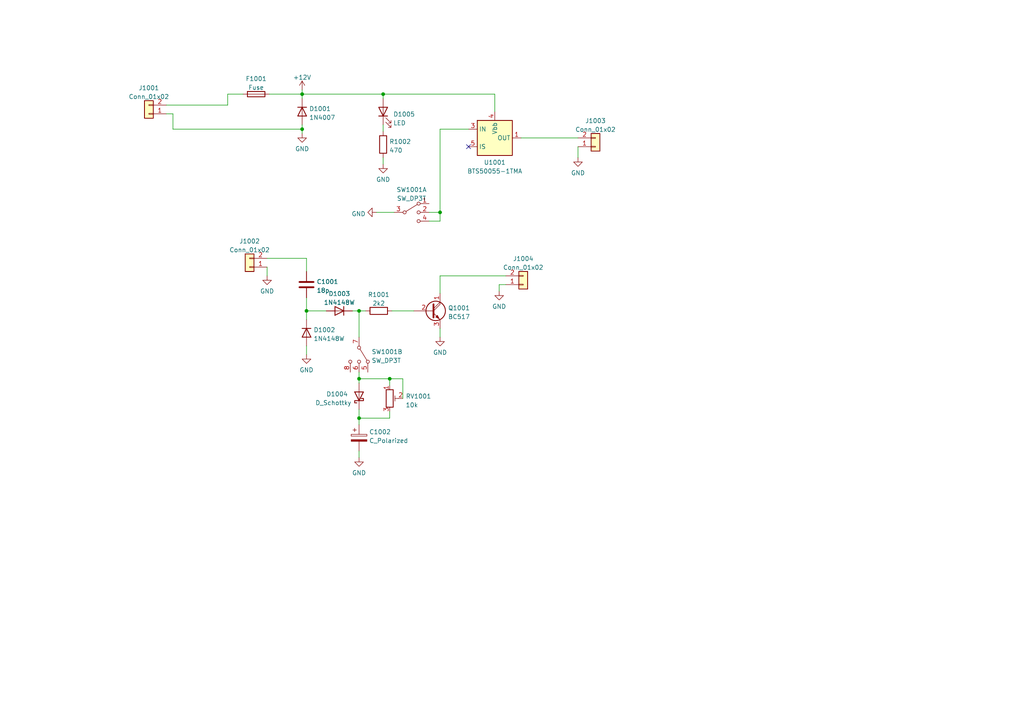
<source format=kicad_sch>
(kicad_sch (version 20211123) (generator eeschema)
  (paper "A4")
  (title_block (title "VOF_HF") (date "2022-05-19") (rev "V0-10") (company "F4DEB"))
  (lib_symbols
    (symbol "Connector_Generic:Conn_01x02" (pin_names (offset 1.016) hide)
      (property "Reference" "J" (at 0 2.54 0))
      (property "Value" "Conn_01x02" (at 0 -5.08 0))
      (symbol "Conn_01x02_1_1"
        (rectangle (start -1.27 -2.413) (end 0 -2.667) (stroke (width 0.1524)))
        (rectangle (start -1.27 0.127) (end 0 -0.127) (stroke (width 0.1524)))
        (rectangle (start -1.27 1.27) (end 1.27 -3.81) (stroke (width 0.254)) (fill (type background)))
        (pin passive line (at -5.08 0 0) (length 3.81) (name "Pin_1") (number "1"))
        (pin passive line (at -5.08 -2.54 0) (length 3.81) (name "Pin_2") (number "2"))
      )
    )
    (symbol "Device:C" (pin_numbers hide) (pin_names (offset 0.254))
      (property "Reference" "C" (at 0.635 2.54 0))
      (property "Value" "C" (at 0.635 -2.54 0))
      (symbol "C_0_1"
        (polyline (pts (xy -2.032 -0.762) (xy 2.032 -0.762)) (stroke (width 0.508)))
        (polyline (pts (xy -2.032 0.762) (xy 2.032 0.762)) (stroke (width 0.508)))
      )
      (symbol "C_1_1"
        (pin passive line (at 0 3.81 270) (length 2.794) (name "~") (number "1"))
        (pin passive line (at 0 -3.81 90) (length 2.794) (name "~") (number "2"))
      )
    )
    (symbol "Device:C_Polarized" (pin_numbers hide) (pin_names (offset 0.254))
      (property "Reference" "C" (at 0.635 2.54 0))
      (property "Value" "C_Polarized" (at 0.635 -2.54 0))
      (symbol "C_Polarized_0_1"
        (rectangle (start -2.286 0.508) (end 2.286 1.016))
        (polyline (pts (xy -1.778 2.286) (xy -0.762 2.286)))
        (polyline (pts (xy -1.27 2.794) (xy -1.27 1.778)))
        (rectangle (start 2.286 -0.508) (end -2.286 -1.016) (fill (type outline)))
      )
      (symbol "C_Polarized_1_1"
        (pin passive line (at 0 3.81 270) (length 2.794) (name "~") (number "1"))
        (pin passive line (at 0 -3.81 90) (length 2.794) (name "~") (number "2"))
      )
    )
    (symbol "Device:D_Schottky" (pin_numbers hide) (pin_names (offset 1.016) hide)
      (property "Reference" "D" (at 0 2.54 0))
      (property "Value" "D_Schottky" (at 0 -2.54 0))
      (symbol "D_Schottky_0_1"
        (polyline (pts (xy 1.27 0) (xy -1.27 0)))
        (polyline (pts (xy 1.27 1.27) (xy 1.27 -1.27) (xy -1.27 0) (xy 1.27 1.27)) (stroke (width 0.254)))
        (polyline (pts (xy -1.905 0.635) (xy -1.905 1.27) (xy -1.27 1.27) (xy -1.27 -1.27) (xy -0.635 -1.27) (xy -0.635 -0.635)) (stroke (width 0.254)))
      )
      (symbol "D_Schottky_1_1"
        (pin passive line (at -3.81 0 0) (length 2.54) (name "K") (number "1"))
        (pin passive line (at 3.81 0 180) (length 2.54) (name "A") (number "2"))
      )
    )
    (symbol "Device:Fuse" (pin_numbers hide) (pin_names (offset 0))
      (property "Reference" "F" (at 2.032 0 90))
      (property "Value" "Fuse" (at -1.905 0 90))
      (symbol "Fuse_0_1"
        (rectangle (start -0.762 -2.54) (end 0.762 2.54) (stroke (width 0.254)))
        (polyline (pts (xy 0 2.54) (xy 0 -2.54)))
      )
      (symbol "Fuse_1_1"
        (pin passive line (at 0 3.81 270) (length 1.27) (name "~") (number "1"))
        (pin passive line (at 0 -3.81 90) (length 1.27) (name "~") (number "2"))
      )
    )
    (symbol "Device:LED" (pin_numbers hide) (pin_names (offset 1.016) hide)
      (property "Reference" "D" (at 0 2.54 0))
      (property "Value" "LED" (at 0 -2.54 0))
      (symbol "LED_0_1"
        (polyline (pts (xy -1.27 -1.27) (xy -1.27 1.27)) (stroke (width 0.254)))
        (polyline (pts (xy -1.27 0) (xy 1.27 0)))
        (polyline (pts (xy 1.27 -1.27) (xy 1.27 1.27) (xy -1.27 0) (xy 1.27 -1.27)) (stroke (width 0.254)))
        (polyline (pts (xy -3.048 -0.762) (xy -4.572 -2.286) (xy -3.81 -2.286) (xy -4.572 -2.286) (xy -4.572 -1.524)))
        (polyline (pts (xy -1.778 -0.762) (xy -3.302 -2.286) (xy -2.54 -2.286) (xy -3.302 -2.286) (xy -3.302 -1.524)))
      )
      (symbol "LED_1_1"
        (pin passive line (at -3.81 0 0) (length 2.54) (name "K") (number "1"))
        (pin passive line (at 3.81 0 180) (length 2.54) (name "A") (number "2"))
      )
    )
    (symbol "Device:R" (pin_numbers hide) (pin_names (offset 0))
      (property "Reference" "R" (at 2.032 0 90))
      (property "Value" "R" (at 0 0 90))
      (symbol "R_0_1"
        (rectangle (start -1.016 -2.54) (end 1.016 2.54) (stroke (width 0.254)))
      )
      (symbol "R_1_1"
        (pin passive line (at 0 3.81 270) (length 1.27) (name "~") (number "1"))
        (pin passive line (at 0 -3.81 90) (length 1.27) (name "~") (number "2"))
      )
    )
    (symbol "Device:R_Potentiometer_Trim" (pin_names (offset 1.016) hide)
      (property "Reference" "RV" (at -4.445 0 90))
      (property "Value" "R_Potentiometer_Trim" (at -2.54 0 90))
      (symbol "R_Potentiometer_Trim_0_1"
        (polyline (pts (xy 1.524 0.762) (xy 1.524 -0.762)))
        (polyline (pts (xy 2.54 0) (xy 1.524 0)))
        (rectangle (start 1.016 2.54) (end -1.016 -2.54) (stroke (width 0.254)))
      )
      (symbol "R_Potentiometer_Trim_1_1"
        (pin passive line (at 0 3.81 270) (length 1.27) (name "1") (number "1"))
        (pin passive line (at 3.81 0 180) (length 1.27) (name "2") (number "2"))
        (pin passive line (at 0 -3.81 90) (length 1.27) (name "3") (number "3"))
      )
    )
    (symbol "Diode:1N4007" (pin_numbers hide) (pin_names (offset 1.016) hide)
      (property "Reference" "D" (at 0 2.54 0))
      (property "Value" "1N4007" (at 0 -2.54 0))
      (symbol "1N4007_0_1"
        (polyline (pts (xy -1.27 1.27) (xy -1.27 -1.27)) (stroke (width 0.254)))
        (polyline (pts (xy 1.27 0) (xy -1.27 0)))
        (polyline (pts (xy 1.27 1.27) (xy 1.27 -1.27) (xy -1.27 0) (xy 1.27 1.27)) (stroke (width 0.254)))
      )
      (symbol "1N4007_1_1"
        (pin passive line (at -3.81 0 0) (length 2.54) (name "K") (number "1"))
        (pin passive line (at 3.81 0 180) (length 2.54) (name "A") (number "2"))
      )
    )
    (symbol "Diode:1N4148W" (pin_numbers hide) (pin_names (offset 1.016) hide)
      (property "Reference" "D" (at 0 2.54 0))
      (property "Value" "1N4148W" (at 0 -2.54 0))
      (symbol "1N4148W_0_1"
        (polyline (pts (xy -1.27 1.27) (xy -1.27 -1.27)) (stroke (width 0.254)))
        (polyline (pts (xy 1.27 0) (xy -1.27 0)))
        (polyline (pts (xy 1.27 1.27) (xy 1.27 -1.27) (xy -1.27 0) (xy 1.27 1.27)) (stroke (width 0.254)))
      )
      (symbol "1N4148W_1_1"
        (pin passive line (at -3.81 0 0) (length 2.54) (name "K") (number "1"))
        (pin passive line (at 3.81 0 180) (length 2.54) (name "A") (number "2"))
      )
    )
    (symbol "Power_Management:BTS50055-1TMA"
      (property "Reference" "U" (at -5.08 6.35 0))
      (property "Value" "BTS50055-1TMA" (at 8.89 6.35 0))
      (symbol "BTS50055-1TMA_0_1"
        (rectangle (start -5.08 5.08) (end 5.08 -5.08) (stroke (width 0.254)) (fill (type background)))
      )
      (symbol "BTS50055-1TMA_1_1"
        (pin power_out line (at 7.62 0 180) (length 2.54) (name "OUT") (number "1"))
        (pin passive line (at 7.62 0 180) (length 2.54) hide (name "OUT") (number "2"))
        (pin input line (at -7.62 2.54 0) (length 2.54) (name "IN") (number "3"))
        (pin power_in line (at 0 7.62 270) (length 2.54) (name "Vbb") (number "4"))
        (pin output line (at -7.62 -2.54 0) (length 2.54) (name "IS") (number "5"))
        (pin passive line (at 7.62 0 180) (length 2.54) hide (name "OUT") (number "6"))
        (pin passive line (at 7.62 0 180) (length 2.54) hide (name "OUT") (number "7"))
      )
    )
    (symbol "Switch:SW_DP3T" (pin_names (offset 0) hide)
      (property "Reference" "SW" (at 0 5.08 0))
      (property "Value" "SW_DP3T" (at 0 -5.08 0))
      (symbol "SW_DP3T_0_1"
        (circle (center -2.032 0) (radius 0.4572))
        (polyline (pts (xy -1.651 0.254) (xy 1.651 2.286)))
        (circle (center 2.032 -2.54) (radius 0.4572))
        (circle (center 2.032 0) (radius 0.4572))
        (circle (center 2.032 2.54) (radius 0.4572))
      )
      (symbol "SW_DP3T_1_1"
        (pin passive line (at 5.08 2.54 180) (length 2.54) (name "1") (number "1"))
        (pin passive line (at 5.08 0 180) (length 2.54) (name "2") (number "2"))
        (pin passive line (at -5.08 0 0) (length 2.54) (name "3") (number "3"))
        (pin passive line (at 5.08 -2.54 180) (length 2.54) (name "4") (number "4"))
      )
      (symbol "SW_DP3T_2_1"
        (pin passive line (at 5.08 2.54 180) (length 2.54) (name "5") (number "5"))
        (pin passive line (at 5.08 0 180) (length 2.54) (name "6") (number "6"))
        (pin passive line (at -5.08 0 0) (length 2.54) (name "7") (number "7"))
        (pin passive line (at 5.08 -2.54 180) (length 2.54) (name "8") (number "8"))
      )
    )
    (symbol "Transistor_BJT:BC517" (pin_names (offset 0) hide)
      (property "Reference" "Q" (at 5.08 1.905 0))
      (property "Value" "BC517" (at 5.08 0 0))
      (symbol "BC517_0_1"
        (polyline (pts (xy 0.635 0.635) (xy 2.54 2.54)))
        (polyline (pts (xy 0.635 -0.635) (xy 2.54 -2.54) (xy 2.54 -2.54)))
        (polyline (pts (xy 0.635 0) (xy 2.54 1.905) (xy 2.54 2.54)))
        (polyline (pts (xy 0.635 1.905) (xy 0.635 -1.905) (xy 0.635 -1.905)) (stroke (width 0.508)))
        (polyline (pts (xy 1.27 -1.778) (xy 1.778 -1.27) (xy 2.286 -2.286) (xy 1.27 -1.778) (xy 1.27 -1.778)) (fill (type outline)))
        (circle (center 1.27 0) (radius 2.8194) (stroke (width 0.254)))
      )
      (symbol "BC517_1_1"
        (pin passive line (at 2.54 5.08 270) (length 2.54) (name "C") (number "1"))
        (pin input line (at -5.08 0 0) (length 5.715) (name "B") (number "2"))
        (pin passive line (at 2.54 -5.08 90) (length 2.54) (name "E") (number "3"))
      )
    )
    (symbol "power:+12V" (power) (pin_names (offset 0))
      (property "Value" "+12V" (at 0 3.556 0))
      (symbol "+12V_0_1"
        (polyline (pts (xy -0.762 1.27) (xy 0 2.54)))
        (polyline (pts (xy 0 0) (xy 0 2.54)))
        (polyline (pts (xy 0 2.54) (xy 0.762 1.27)))
      )
      (symbol "+12V_1_1"
        (pin power_in line (at 0 0 90) (length 0) hide (name "+12V") (number "1"))
      )
    )
    (symbol "power:GND" (power) (pin_names (offset 0))
      (property "Value" "GND" (at 0 -3.81 0))
      (symbol "GND_0_1"
        (polyline (pts (xy 0 0) (xy 0 -1.27) (xy 1.27 -1.27) (xy 0 -2.54) (xy -1.27 -1.27) (xy 0 -1.27)))
      )
      (symbol "GND_1_1"
        (pin power_in line (at 0 0 270) (length 0) hide (name "GND") (number "1"))
      )
    )
  )
  (junction (at 111.125 27.305))
  (junction (at 104.14 90.17))
  (junction (at 104.14 121.285))
  (junction (at 87.63 27.305))
  (junction (at 127.635 61.595))
  (junction (at 104.14 109.855))
  (junction (at 88.9 90.17))
  (junction (at 113.03 109.855))
  (junction (at 87.63 37.465))
  (no_connect (at 135.89 42.545))
  (wire (pts (xy 88.9 100.33) (xy 88.9 102.87)))
  (wire (pts (xy 102.235 90.17) (xy 104.14 90.17)))
  (wire (pts (xy 104.14 121.285) (xy 113.03 121.285)))
  (wire (pts (xy 167.64 42.545) (xy 167.64 45.72)))
  (wire (pts (xy 113.665 90.17) (xy 120.015 90.17)))
  (wire (pts (xy 104.14 109.855) (xy 104.14 107.95)))
  (wire (pts (xy 124.46 64.135) (xy 127.635 64.135)))
  (wire (pts (xy 151.13 40.005) (xy 167.64 40.005)))
  (wire (pts (xy 104.14 118.745) (xy 104.14 121.285)))
  (wire (pts (xy 88.9 86.36) (xy 88.9 90.17)))
  (wire (pts (xy 113.03 109.855) (xy 113.03 111.76)))
  (wire (pts (xy 116.84 109.855) (xy 116.84 115.57)))
  (wire (pts (xy 127.635 95.25) (xy 127.635 97.79)))
  (wire (pts (xy 87.63 26.035) (xy 87.63 27.305)))
  (wire (pts (xy 127.635 85.09) (xy 127.635 80.01)))
  (wire (pts (xy 135.89 37.465) (xy 127.635 37.465)))
  (wire (pts (xy 104.14 90.17) (xy 106.045 90.17)))
  (wire (pts (xy 77.47 74.93) (xy 88.9 74.93)))
  (wire (pts (xy 78.105 27.305) (xy 87.63 27.305)))
  (wire (pts (xy 146.685 82.55) (xy 144.78 82.55)))
  (wire (pts (xy 104.14 111.125) (xy 104.14 109.855)))
  (wire (pts (xy 88.9 74.93) (xy 88.9 78.74)))
  (wire (pts (xy 111.125 36.195) (xy 111.125 38.1)))
  (wire (pts (xy 127.635 37.465) (xy 127.635 61.595)))
  (wire (pts (xy 50.165 37.465) (xy 87.63 37.465)))
  (wire (pts (xy 104.14 109.855) (xy 113.03 109.855)))
  (wire (pts (xy 88.9 90.17) (xy 94.615 90.17)))
  (wire (pts (xy 127.635 80.01) (xy 146.685 80.01)))
  (wire (pts (xy 50.165 33.02) (xy 50.165 37.465)))
  (wire (pts (xy 87.63 27.305) (xy 87.63 28.575)))
  (wire (pts (xy 48.26 30.48) (xy 66.04 30.48)))
  (wire (pts (xy 104.14 90.17) (xy 104.14 97.79)))
  (wire (pts (xy 111.125 27.305) (xy 87.63 27.305)))
  (wire (pts (xy 77.47 77.47) (xy 77.47 80.01)))
  (wire (pts (xy 87.63 37.465) (xy 87.63 36.195)))
  (wire (pts (xy 144.78 82.55) (xy 144.78 84.455)))
  (wire (pts (xy 109.22 61.595) (xy 114.3 61.595)))
  (wire (pts (xy 104.14 121.285) (xy 104.14 123.19)))
  (wire (pts (xy 111.125 27.305) (xy 111.125 28.575)))
  (wire (pts (xy 88.9 90.17) (xy 88.9 92.71)))
  (wire (pts (xy 104.14 130.81) (xy 104.14 132.715)))
  (wire (pts (xy 113.03 109.855) (xy 116.84 109.855)))
  (wire (pts (xy 111.125 45.72) (xy 111.125 47.625)))
  (wire (pts (xy 66.04 30.48) (xy 66.04 27.305)))
  (wire (pts (xy 111.125 27.305) (xy 143.51 27.305)))
  (wire (pts (xy 66.04 27.305) (xy 70.485 27.305)))
  (wire (pts (xy 143.51 27.305) (xy 143.51 32.385)))
  (wire (pts (xy 127.635 64.135) (xy 127.635 61.595)))
  (wire (pts (xy 113.03 121.285) (xy 113.03 119.38)))
  (wire (pts (xy 48.26 33.02) (xy 50.165 33.02)))
  (wire (pts (xy 87.63 37.465) (xy 87.63 38.735)))
  (wire (pts (xy 124.46 61.595) (xy 127.635 61.595)))
  (symbol (lib_id "Device:R_Potentiometer_Trim") (at 113.03 115.57 0) (unit 1)
    (property "Reference" "RV1001" (at 125.095 114.935 0) (effects (justify right)))
    (property "Value" "10k" (at 121.285 117.475 0) (effects (justify right)))
    (property "Footprint" "Potentiometer_THT:Potentiometer_Bourns_3296W_Vertical" (effects hide))
  )
  (symbol (lib_id "power:GND") (at 77.47 80.01 0) (unit 1)
    (property "Reference" "#PWR01001" (effects hide))
    (property "Value" "GND" (at 77.47 84.4534 0))
  )
  (symbol (lib_id "Device:LED") (at 111.125 32.385 90) (unit 1)
    (property "Reference" "D1005" (at 114.046 33.1378 90) (effects (justify right)))
    (property "Value" "LED" (at 114.046 35.6747 90) (effects (justify right)))
    (property "Footprint" "LED_THT:LED_D3.0mm" (effects hide))
  )
  (symbol (lib_id "power:GND") (at 87.63 38.735 0) (unit 1)
    (property "Reference" "#PWR01003" (effects hide))
    (property "Value" "GND" (at 87.63 43.1784 0))
  )
  (symbol (lib_id "power:GND") (at 144.78 84.455 0) (unit 1)
    (property "Reference" "#PWR01010" (effects hide))
    (property "Value" "GND" (at 144.78 88.8984 0))
  )
  (symbol (lib_id "Connector_Generic:Conn_01x02") (at 43.18 33.02 180) (unit 1)
    (property "Reference" "J1001" (at 43.18 25.5102 0))
    (property "Value" "Conn_01x02" (at 43.18 28.0471 0))
    (property "Footprint" "Connector_Phoenix_MSTB:PhoenixContact_MSTBVA_2,5_2-G-5,08_1x02_P5.08mm_Vertical" (effects hide))
  )
  (symbol (lib_id "power:+12V") (at 87.63 26.035 0) (unit 1)
    (property "Reference" "#PWR01002" (effects hide))
    (property "Value" "+12V" (at 87.63 22.4592 0))
  )
  (symbol (lib_id "Device:C_Polarized") (at 104.14 127 0) (unit 1)
    (property "Reference" "C1002" (at 107.061 125.2763 0) (effects (justify left)))
    (property "Value" "C_Polarized" (at 107.061 127.8132 0) (effects (justify left)))
    (property "Footprint" "Capacitor_SMD:CP_Elec_5x3" (effects hide))
  )
  (symbol (lib_id "Device:C") (at 88.9 82.55 180) (unit 1)
    (property "Reference" "C1001" (at 91.821 81.7153 0) (effects (justify right)))
    (property "Value" "18p" (at 91.821 84.2522 0) (effects (justify right)))
    (property "Footprint" "Capacitor_SMD:C_0603_1608Metric" (effects hide))
  )
  (symbol (lib_id "Diode:1N4007") (at 87.63 32.385 270) (unit 1)
    (property "Reference" "D1001" (at 89.662 31.5503 90) (effects (justify left)))
    (property "Value" "1N4007" (at 89.662 34.0872 90) (effects (justify left)))
    (property "Footprint" "Diode_THT:D_DO-41_SOD81_P10.16mm_Horizontal" (effects hide))
    (property "Datasheet" "http://www.vishay.com/docs/88503/1n4001.pdf" (effects hide))
  )
  (symbol (lib_id "Transistor_BJT:BC517") (at 125.095 90.17 0) (unit 1)
    (property "Reference" "Q1001" (at 129.9464 89.3353 0) (effects (justify left)))
    (property "Value" "BC517" (at 129.9464 91.8722 0) (effects (justify left)))
    (property "Footprint" "Package_TO_SOT_SMD:SOT-23" (effects hide))
    (property "Datasheet" "https://www.onsemi.com/pub/Collateral/BC517-D74Z-D.PDF" (effects hide))
  )
  (symbol (lib_id "Diode:1N4148W") (at 88.9 96.52 270) (unit 1)
    (property "Reference" "D1002" (at 90.932 95.6853 90) (effects (justify left)))
    (property "Value" "1N4148W" (at 90.932 98.2222 90) (effects (justify left)))
    (property "Footprint" "Diode_SMD:D_MiniMELF" (effects hide))
    (property "Datasheet" "https://www.vishay.com/docs/85748/1n4148w.pdf" (effects hide))
  )
  (symbol (lib_id "Connector_Generic:Conn_01x02") (at 172.72 42.545 0) (mirror x) (unit 1)
    (property "Reference" "J1003" (at 172.72 35.0352 0))
    (property "Value" "Conn_01x02" (at 172.72 37.5721 0))
    (property "Footprint" "Connector_Phoenix_MSTB:PhoenixContact_MSTBVA_2,5_2-G-5,08_1x02_P5.08mm_Vertical" (effects hide))
  )
  (symbol (lib_id "power:GND") (at 127.635 97.79 0) (unit 1)
    (property "Reference" "#PWR01007" (effects hide))
    (property "Value" "GND" (at 127.635 102.2334 0))
  )
  (symbol (lib_id "power:GND") (at 109.22 61.595 270) (unit 1)
    (property "Reference" "#PWR01009" (effects hide))
    (property "Value" "GND" (at 106.0451 62.0288 90) (effects (justify right)))
  )
  (symbol (lib_id "Switch:SW_DP3T") (at 104.14 102.87 270) (unit 2)
    (property "Reference" "SW1001" (at 107.7722 102.0353 90) (effects (justify left)))
    (property "Value" "SW_DP3T" (at 107.7722 104.5722 90) (effects (justify left)))
    (property "Footprint" "f4deb-mod-library:2P3T-ON-ON-ON-8P" (effects hide))
  )
  (symbol (lib_id "Connector_Generic:Conn_01x02") (at 72.39 77.47 180) (unit 1)
    (property "Reference" "J1002" (at 72.39 69.9602 0))
    (property "Value" "Conn_01x02" (at 72.39 72.4971 0))
    (property "Footprint" "Connector_JST:JST_PH_B2B-PH-K_1x02_P2.00mm_Vertical" (effects hide))
  )
  (symbol (lib_id "power:GND") (at 88.9 102.87 0) (unit 1)
    (property "Reference" "#PWR01004" (effects hide))
    (property "Value" "GND" (at 88.9 107.3134 0))
  )
  (symbol (lib_id "power:GND") (at 111.125 47.625 0) (unit 1)
    (property "Reference" "#PWR01006" (effects hide))
    (property "Value" "GND" (at 111.125 52.0684 0))
  )
  (symbol (lib_id "power:GND") (at 167.64 45.72 0) (unit 1)
    (property "Reference" "#PWR01008" (effects hide))
    (property "Value" "GND" (at 167.64 50.1634 0))
  )
  (symbol (lib_id "Power_Management:BTS50055-1TMA") (at 143.51 40.005 0) (unit 1)
    (property "Reference" "U1001" (at 143.51 47.1154 0))
    (property "Value" "BTS50055-1TMA" (at 143.51 49.6523 0))
    (property "Footprint" "Package_TO_SOT_SMD:TO-263-7_TabPin4" (effects hide))
    (property "Datasheet" "http://www.infineon.com/dgdl/Infineon-BTS50055-1TMA-DS-v01_00-EN.pdf?fileId=5546d4625a888733015aa9b00de935ed" (effects hide))
  )
  (symbol (lib_id "Device:D_Schottky") (at 104.14 114.935 90) (unit 1)
    (property "Reference" "D1004" (at 94.615 114.3 90) (effects (justify right)))
    (property "Value" "D_Schottky" (at 91.44 116.84 90) (effects (justify right)))
    (property "Footprint" "Diode_SMD:D_MiniMELF" (effects hide))
  )
  (symbol (lib_id "Diode:1N4148W") (at 98.425 90.17 180) (unit 1)
    (property "Reference" "D1003" (at 98.425 85.2002 0))
    (property "Value" "1N4148W" (at 98.425 87.7371 0))
    (property "Footprint" "Diode_SMD:D_MiniMELF" (effects hide))
    (property "Datasheet" "https://www.vishay.com/docs/85748/1n4148w.pdf" (effects hide))
  )
  (symbol (lib_id "Device:Fuse") (at 74.295 27.305 90) (unit 1)
    (property "Reference" "F1001" (at 74.295 22.8432 90))
    (property "Value" "Fuse" (at 74.295 25.3801 90))
    (property "Footprint" "Fuse:Fuseholder_Cylinder-5x20mm_Schurter_0031_8201_Horizontal_Open" (effects hide))
  )
  (symbol (lib_id "Device:R") (at 109.855 90.17 90) (unit 1)
    (property "Reference" "R1001" (at 109.855 85.4542 90))
    (property "Value" "2k2" (at 109.855 87.9911 90))
    (property "Footprint" "Resistor_SMD:R_0603_1608Metric" (effects hide))
  )
  (symbol (lib_id "power:GND") (at 104.14 132.715 0) (unit 1)
    (property "Reference" "#PWR01005" (effects hide))
    (property "Value" "GND" (at 104.14 137.1584 0))
  )
  (symbol (lib_id "Switch:SW_DP3T") (at 119.38 61.595 0) (unit 1)
    (property "Reference" "SW1001" (at 119.38 55.025 0))
    (property "Value" "SW_DP3T" (at 119.38 57.5619 0))
    (property "Footprint" "f4deb-mod-library:2P3T-ON-ON-ON-8P" (effects hide))
  )
  (symbol (lib_id "Device:R") (at 111.125 41.91 0) (unit 1)
    (property "Reference" "R1002" (at 112.903 41.0753 0) (effects (justify left)))
    (property "Value" "470" (at 112.903 43.6122 0) (effects (justify left)))
    (property "Footprint" "Resistor_SMD:R_0603_1608Metric" (effects hide))
  )
  (symbol (lib_id "Connector_Generic:Conn_01x02") (at 151.765 82.55 0) (mirror x) (unit 1)
    (property "Reference" "J1004" (at 151.765 75.0402 0))
    (property "Value" "Conn_01x02" (at 151.765 77.5771 0))
    (property "Footprint" "Connector_JST:JST_PH_B2B-PH-K_1x02_P2.00mm_Vertical" (effects hide))
  )
)
</source>
